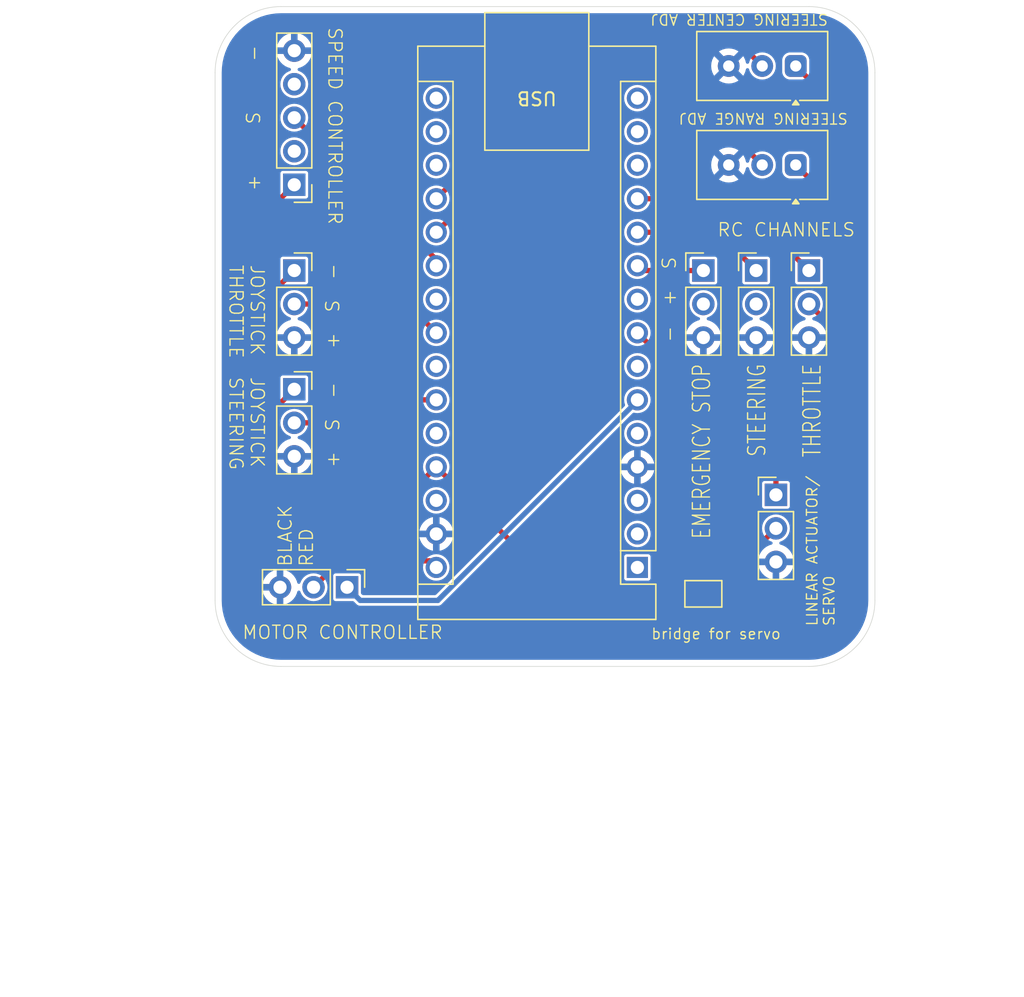
<source format=kicad_pcb>
(kicad_pcb (version 20240108) (generator "pcbnew") (generator_version "8.0")
  (layers (0 "F.Cu" signal) (31 "B.Cu" signal) (34 "B.Paste" user) (35 "F.Paste" user) (36 "B.SilkS" user "B.Silkscreen") (37 "F.SilkS" user "F.Silkscreen") (38 "B.Mask" user) (39 "F.Mask" user) (44 "Edge.Cuts" user))
  (net 0 "")
  (net 1 "/GND")
  (net 4 "Net-(A1-D8)")
  (net 7 "Net-(A1-D7)")
  (net 9 "Net-(A1-D9)")
  (net 10 "Net-(A1-VIN)")
  (net 11 "Net-(A1-A0)")
  (net 12 "Net-(A1-A6)")
  (net 16 "/5V")
  (net 20 "Net-(A1-SDA{slash}A4)")
  (net 21 "Net-(A1-A1)")
  (net 26 "Net-(A1-D5)")
  (net 28 "Net-(A1-A2)")
  (net 29 "Net-(A1-D3)")
  (net 31 "Net-(JP1-A)")
  (footprint "Connector_PinHeader_2.54mm:PinHeader_1x05_P2.54mm_Vertical" (layer "F.Cu") (at 56 63.5 180)
    (property "Reference" "RV3" (hide yes))
    (property "Value" "Speed Control" (hide yes))
    (fp_line (start 1.33 1.27) (end 1.33 11.49) (stroke (width 0.12)) (layer "F.SilkS"))
    (fp_line (start -1.33 11.49) (end 1.33 11.49) (stroke (width 0.12)) (layer "F.SilkS"))
    (fp_line (start -1.33 1.27) (end 1.33 1.27) (stroke (width 0.12)) (layer "F.SilkS"))
    (fp_line (start -1.33 1.27) (end -1.33 11.49) (stroke (width 0.12)) (layer "F.SilkS"))
    (fp_line (start -1.33 0) (end -1.33 -1.33) (stroke (width 0.12)) (layer "F.SilkS"))
    (fp_line (start -1.33 -1.33) (end 0 -1.33) (stroke (width 0.12)) (layer "F.SilkS"))
    (pad "" thru_hole oval (at 0 2.54 180) (size 1.7 1.7) (drill 1) (layers "*.Cu" "*.Mask"))
    (pad "" thru_hole oval (at 0 7.62 180) (size 1.7 1.7) (drill 1) (layers "*.Cu" "*.Mask"))
    (pad "1" thru_hole rect (at 0 0 180) (size 1.7 1.7) (drill 1) (layers "*.Cu" "*.Mask") (net 16 "/5V"))
    (pad "2" thru_hole oval (at 0 5.08 180) (size 1.7 1.7) (drill 1) (layers "*.Cu" "*.Mask") (net 28 "Net-(A1-A2)"))
    (pad "3" thru_hole oval (at 0 10.16 180) (size 1.7 1.7) (drill 1) (layers "*.Cu" "*.Mask") (net 1 "/GND"))
  )
  (footprint "Potentiometer_THT:Potentiometer_Vishay_T93YA_Vertical" (layer "F.Cu") (at 94 54.5 180)
    (property "Reference" "RV5" (hide yes))
    (property "Value" "Steering Center Adjustment" (hide yes))
    (fp_line (start 7.5 -2.61) (end 7.5 2.61) (stroke (width 0.12)) (layer "F.SilkS"))
    (fp_line (start 0.4 -2.61) (end 7.5 -2.61) (stroke (width 0.12)) (layer "F.SilkS"))
    (fp_line (start -2.42 2.61) (end 7.5 2.61) (stroke (width 0.12)) (layer "F.SilkS"))
    (fp_line (start -2.42 -2.61) (end -0.3 -2.61) (stroke (width 0.12)) (layer "F.SilkS"))
    (fp_line (start -2.42 -2.61) (end -2.42 2.61) (stroke (width 0.12)) (layer "F.SilkS"))
    (fp_poly (pts (xy 0 -2.61) (xy -0.24 -2.94) (xy 0.24 -2.94) (xy 0 -2.61)) (stroke (width 0.12)) (fill solid) (layer "F.SilkS"))
    (pad "1" thru_hole roundrect (at 0 0 180) (size 1.65 1.65) (drill 0.85) (layers "*.Cu" "*.Mask") (net 16 "/5V"))
    (pad "2" thru_hole circle (at 2.54 0 180) (size 1.65 1.65) (drill 0.85) (layers "*.Cu" "*.Mask") (net 11 "Net-(A1-A0)"))
    (pad "3" thru_hole circle (at 5.08 0 180) (size 1.65 1.65) (drill 0.85) (layers "*.Cu" "*.Mask") (net 1 "/GND"))
  )
  (footprint "Connector_PinHeader_2.54mm:PinHeader_1x03_P2.54mm_Vertical" (layer "F.Cu") (at 87 70)
    (property "Reference" "J3" (hide yes))
    (property "Value" "RC Channel: Emergency Stop" (hide yes))
    (fp_line (start -1.33 -1.33) (end 0 -1.33) (stroke (width 0.12)) (layer "F.SilkS"))
    (fp_line (start -1.33 0) (end -1.33 -1.33) (stroke (width 0.12)) (layer "F.SilkS"))
    (fp_line (start -1.33 1.27) (end -1.33 6.41) (stroke (width 0.12)) (layer "F.SilkS"))
    (fp_line (start -1.33 1.27) (end 1.33 1.27) (stroke (width 0.12)) (layer "F.SilkS"))
    (fp_line (start -1.33 6.41) (end 1.33 6.41) (stroke (width 0.12)) (layer "F.SilkS"))
    (fp_line (start 1.33 1.27) (end 1.33 6.41) (stroke (width 0.12)) (layer "F.SilkS"))
    (pad "1" thru_hole rect (at 0 0) (size 1.7 1.7) (drill 1) (layers "*.Cu" "*.Mask") (net 7 "Net-(A1-D7)"))
    (pad "2" thru_hole oval (at 0 2.54) (size 1.7 1.7) (drill 1) (layers "*.Cu" "*.Mask"))
    (pad "3" thru_hole oval (at 0 5.08) (size 1.7 1.7) (drill 1) (layers "*.Cu" "*.Mask") (net 1 "/GND"))
  )
  (footprint "Potentiometer_THT:Potentiometer_Vishay_T93YA_Vertical" (layer "F.Cu") (at 94 62 180)
    (property "Reference" "RV4" (hide yes))
    (property "Value" "Steering Range Adjustment" (hide yes))
    (fp_line (start 7.5 -2.61) (end 7.5 2.61) (stroke (width 0.12)) (layer "F.SilkS"))
    (fp_line (start 0.4 -2.61) (end 7.5 -2.61) (stroke (width 0.12)) (layer "F.SilkS"))
    (fp_line (start -2.42 2.61) (end 7.5 2.61) (stroke (width 0.12)) (layer "F.SilkS"))
    (fp_line (start -2.42 -2.61) (end -0.3 -2.61) (stroke (width 0.12)) (layer "F.SilkS"))
    (fp_line (start -2.42 -2.61) (end -2.42 2.61) (stroke (width 0.12)) (layer "F.SilkS"))
    (fp_poly (pts (xy 0 -2.61) (xy -0.24 -2.94) (xy 0.24 -2.94) (xy 0 -2.61)) (stroke (width 0.12)) (fill solid) (layer "F.SilkS"))
    (pad "1" thru_hole roundrect (at 0 0 180) (size 1.65 1.65) (drill 0.85) (layers "*.Cu" "*.Mask") (net 16 "/5V"))
    (pad "2" thru_hole circle (at 2.54 0 180) (size 1.65 1.65) (drill 0.85) (layers "*.Cu" "*.Mask") (net 21 "Net-(A1-A1)"))
    (pad "3" thru_hole circle (at 5.08 0 180) (size 1.65 1.65) (drill 0.85) (layers "*.Cu" "*.Mask") (net 1 "/GND"))
  )
  (footprint "Module:Arduino_Nano" (layer "F.Cu") (at 82 92.5 180)
    (property "Reference" "A1" (hide yes))
    (property "Value" "Arduino_Nano_Every" (hide yes))
    (fp_line (start 16.64 39.5) (end 16.64 -3.94) (stroke (width 0.12)) (layer "F.SilkS"))
    (fp_line (start 16.64 39.5) (end 11.56 39.5) (stroke (width 0.12)) (layer "F.SilkS"))
    (fp_line (start 16.64 -3.94) (end -1.4 -3.94) (stroke (width 0.12)) (layer "F.SilkS"))
    (fp_line (start 13.97 36.83) (end 16.64 36.83) (stroke (width 0.12)) (layer "F.SilkS"))
    (fp_line (start 13.97 -1.27) (end 16.64 -1.27) (stroke (width 0.12)) (layer "F.SilkS"))
    (fp_line (start 13.97 -1.27) (end 13.97 36.83) (stroke (width 0.12)) (layer "F.SilkS"))
    (fp_line (start 11.56 42.04) (end 3.68 42.04) (stroke (width 0.12)) (layer "F.SilkS"))
    (fp_line (start 11.56 31.62) (end 11.56 42.04) (stroke (width 0.12)) (layer "F.SilkS"))
    (fp_line (start 3.68 42.04) (end 3.68 31.62) (stroke (width 0.12)) (layer "F.SilkS"))
    (fp_line (start 3.68 31.62) (end 11.56 31.62) (stroke (width 0.12)) (layer "F.SilkS"))
    (fp_line (start 1.27 36.83) (end -1.4 36.83) (stroke (width 0.12)) (layer "F.SilkS"))
    (fp_line (start 1.27 1.27) (end 1.27 36.83) (stroke (width 0.12)) (layer "F.SilkS"))
    (fp_line (start 1.27 1.27) (end 1.27 -1.27) (stroke (width 0.12)) (layer "F.SilkS"))
    (fp_line (start 1.27 1.27) (end -1.4 1.27) (stroke (width 0.12)) (layer "F.SilkS"))
    (fp_line (start 1.27 -1.27) (end -1.4 -1.27) (stroke (width 0.12)) (layer "F.SilkS"))
    (fp_line (start -1.4 39.5) (end 3.68 39.5) (stroke (width 0.12)) (layer "F.SilkS"))
    (fp_line (start -1.4 1.27) (end -1.4 39.5) (stroke (width 0.12)) (layer "F.SilkS"))
    (fp_line (start -1.4 -3.94) (end -1.4 -1.27) (stroke (width 0.12)) (layer "F.SilkS"))
    (fp_text user "USB" (at 7.62 35.56 180) (layer "F.SilkS"))
    (pad "1" thru_hole rect (at 0 0 180) (size 1.6 1.6) (drill 1) (layers "*.Cu" "*.Mask"))
    (pad "2" thru_hole oval (at 0 2.54 180) (size 1.6 1.6) (drill 1) (layers "*.Cu" "*.Mask"))
    (pad "3" thru_hole oval (at 0 5.08 180) (size 1.6 1.6) (drill 1) (layers "*.Cu" "*.Mask"))
    (pad "4" thru_hole oval (at 0 7.62 180) (size 1.6 1.6) (drill 1) (layers "*.Cu" "*.Mask") (net 1 "/GND"))
    (pad "5" thru_hole oval (at 0 10.16 180) (size 1.6 1.6) (drill 1) (layers "*.Cu" "*.Mask"))
    (pad "6" thru_hole oval (at 0 12.7 180) (size 1.6 1.6) (drill 1) (layers "*.Cu" "*.Mask") (net 29 "Net-(A1-D3)"))
    (pad "7" thru_hole oval (at 0 15.24 180) (size 1.6 1.6) (drill 1) (layers "*.Cu" "*.Mask"))
    (pad "8" thru_hole oval (at 0 17.78 180) (size 1.6 1.6) (drill 1) (layers "*.Cu" "*.Mask") (net 26 "Net-(A1-D5)"))
    (pad "9" thru_hole oval (at 0 20.32 180) (size 1.6 1.6) (drill 1) (layers "*.Cu" "*.Mask"))
    (pad "10" thru_hole oval (at 0 22.86 180) (size 1.6 1.6) (drill 1) (layers "*.Cu" "*.Mask") (net 7 "Net-(A1-D7)"))
    (pad "11" thru_hole oval (at 0 25.4 180) (size 1.6 1.6) (drill 1) (layers "*.Cu" "*.Mask") (net 4 "Net-(A1-D8)"))
    (pad "12" thru_hole oval (at 0 27.94 180) (size 1.6 1.6) (drill 1) (layers "*.Cu" "*.Mask") (net 9 "Net-(A1-D9)"))
    (pad "13" thru_hole oval (at 0 30.48 180) (size 1.6 1.6) (drill 1) (layers "*.Cu" "*.Mask"))
    (pad "14" thru_hole oval (at 0 33.02 180) (size 1.6 1.6) (drill 1) (layers "*.Cu" "*.Mask"))
    (pad "15" thru_hole oval (at 0 35.56 180) (size 1.6 1.6) (drill 1) (layers "*.Cu" "*.Mask"))
    (pad "16" thru_hole oval (at 15.24 35.56 180) (size 1.6 1.6) (drill 1) (layers "*.Cu" "*.Mask"))
    (pad "17" thru_hole oval (at 15.24 33.02 180) (size 1.6 1.6) (drill 1) (layers "*.Cu" "*.Mask"))
    (pad "18" thru_hole oval (at 15.24 30.48 180) (size 1.6 1.6) (drill 1) (layers "*.Cu" "*.Mask"))
    (pad "19" thru_hole oval (at 15.24 27.94 180) (size 1.6 1.6) (drill 1) (layers "*.Cu" "*.Mask") (net 11 "Net-(A1-A0)"))
    (pad "20" thru_hole oval (at 15.24 25.4 180) (size 1.6 1.6) (drill 1) (layers "*.Cu" "*.Mask") (net 21 "Net-(A1-A1)"))
    (pad "21" thru_hole oval (at 15.24 22.86 180) (size 1.6 1.6) (drill 1) (layers "*.Cu" "*.Mask") (net 28 "Net-(A1-A2)"))
    (pad "22" thru_hole oval (at 15.24 20.32 180) (size 1.6 1.6) (drill 1) (layers "*.Cu" "*.Mask"))
    (pad "23" thru_hole oval (at 15.24 17.78 180) (size 1.6 1.6) (drill 1) (layers "*.Cu" "*.Mask") (net 20 "Net-(A1-SDA{slash}A4)"))
    (pad "24" thru_hole oval (at 15.24 15.24 180) (size 1.6 1.6) (drill 1) (layers "*.Cu" "*.Mask"))
    (pad "25" thru_hole oval (at 15.24 12.7 180) (size 1.6 1.6) (drill 1) (layers "*.Cu" "*.Mask") (net 12 "Net-(A1-A6)"))
    (pad "26" thru_hole oval (at 15.24 10.16 180) (size 1.6 1.6) (drill 1) (layers "*.Cu" "*.Mask"))
    (pad "27" thru_hole oval (at 15.24 7.62 180) (size 1.6 1.6) (drill 1) (layers "*.Cu" "*.Mask") (net 16 "/5V"))
    (pad "28" thru_hole oval (at 15.24 5.08 180) (size 1.6 1.6) (drill 1) (layers "*.Cu" "*.Mask"))
    (pad "29" thru_hole oval (at 15.24 2.54 180) (size 1.6 1.6) (drill 1) (layers "*.Cu" "*.Mask") (net 1 "/GND"))
    (pad "30" thru_hole oval (at 15.24 0 180) (size 1.6 1.6) (drill 1) (layers "*.Cu" "*.Mask") (net 10 "Net-(A1-VIN)"))
  )
  (footprint "Connector_PinSocket_2.54mm:PinSocket_1x03_P2.54mm_Vertical" (layer "F.Cu") (at 56 70)
    (property "Reference" "RV2" (hide yes))
    (property "Value" "Joystick Throttle" (hide yes))
    (fp_line (start -1.33 1.27) (end -1.33 6.41) (stroke (width 0.12)) (layer "F.SilkS"))
    (fp_line (start -1.33 1.27) (end 1.33 1.27) (stroke (width 0.12)) (layer "F.SilkS"))
    (fp_line (start -1.33 6.41) (end 1.33 6.41) (stroke (width 0.12)) (layer "F.SilkS"))
    (fp_line (start 0 -1.33) (end 1.33 -1.33) (stroke (width 0.12)) (layer "F.SilkS"))
    (fp_line (start 1.33 -1.33) (end 1.33 0) (stroke (width 0.12)) (layer "F.SilkS"))
    (fp_line (start 1.33 1.27) (end 1.33 6.41) (stroke (width 0.12)) (layer "F.SilkS"))
    (pad "1" thru_hole rect (at 0 0) (size 1.7 1.7) (drill 1) (layers "*.Cu" "*.Mask") (net 16 "/5V"))
    (pad "2" thru_hole oval (at 0 2.54) (size 1.7 1.7) (drill 1) (layers "*.Cu" "*.Mask") (net 20 "Net-(A1-SDA{slash}A4)"))
    (pad "3" thru_hole oval (at 0 5.08) (size 1.7 1.7) (drill 1) (layers "*.Cu" "*.Mask") (net 1 "/GND"))
  )
  (footprint "Connector_PinHeader_2.54mm:PinHeader_1x03_P2.54mm_Vertical" (layer "F.Cu") (at 91 70)
    (property "Reference" "J2" (hide yes))
    (property "Value" "RC Channel: Steering" (hide yes))
    (fp_line (start -1.33 -1.33) (end 0 -1.33) (stroke (width 0.12)) (layer "F.SilkS"))
    (fp_line (start -1.33 0) (end -1.33 -1.33) (stroke (width 0.12)) (layer "F.SilkS"))
    (fp_line (start -1.33 1.27) (end -1.33 6.41) (stroke (width 0.12)) (layer "F.SilkS"))
    (fp_line (start -1.33 1.27) (end 1.33 1.27) (stroke (width 0.12)) (layer "F.SilkS"))
    (fp_line (start -1.33 6.41) (end 1.33 6.41) (stroke (width 0.12)) (layer "F.SilkS"))
    (fp_line (start 1.33 1.27) (end 1.33 6.41) (stroke (width 0.12)) (layer "F.SilkS"))
    (pad "1" thru_hole rect (at 0 0) (size 1.7 1.7) (drill 1) (layers "*.Cu" "*.Mask") (net 4 "Net-(A1-D8)"))
    (pad "2" thru_hole oval (at 0 2.54) (size 1.7 1.7) (drill 1) (layers "*.Cu" "*.Mask"))
    (pad "3" thru_hole oval (at 0 5.08) (size 1.7 1.7) (drill 1) (layers "*.Cu" "*.Mask") (net 1 "/GND"))
  )
  (footprint "Connector_PinHeader_2.54mm:PinHeader_1x03_P2.54mm_Vertical" (layer "F.Cu") (at 95 70)
    (property "Reference" "J1" (hide yes))
    (property "Value" "RC Channel: Throttle" (hide yes))
    (fp_line (start -1.33 -1.33) (end 0 -1.33) (stroke (width 0.12)) (layer "F.SilkS"))
    (fp_line (start -1.33 0) (end -1.33 -1.33) (stroke (width 0.12)) (layer "F.SilkS"))
    (fp_line (start -1.33 1.27) (end -1.33 6.41) (stroke (width 0.12)) (layer "F.SilkS"))
    (fp_line (start -1.33 1.27) (end 1.33 1.27) (stroke (width 0.12)) (layer "F.SilkS"))
    (fp_line (start -1.33 6.41) (end 1.33 6.41) (stroke (width 0.12)) (layer "F.SilkS"))
    (fp_line (start 1.33 1.27) (end 1.33 6.41) (stroke (width 0.12)) (layer "F.SilkS"))
    (pad "1" thru_hole rect (at 0 0) (size 1.7 1.7) (drill 1) (layers "*.Cu" "*.Mask") (net 9 "Net-(A1-D9)"))
    (pad "2" thru_hole oval (at 0 2.54) (size 1.7 1.7) (drill 1) (layers "*.Cu" "*.Mask") (net 16 "/5V"))
    (pad "3" thru_hole oval (at 0 5.08) (size 1.7 1.7) (drill 1) (layers "*.Cu" "*.Mask") (net 1 "/GND"))
  )
  (footprint "Jumper:SolderJumper-2_P1.3mm_Open_Pad1.0x1.5mm" (layer "F.Cu") (at 87 94.5 180)
    (property "Reference" "JP1" (hide yes))
    (property "Value" "Jumper" (hide yes))
    (fp_line (start 1.4 1) (end -1.4 1) (stroke (width 0.12)) (layer "F.SilkS"))
    (fp_line (start 1.4 -1) (end 1.4 1) (stroke (width 0.12)) (layer "F.SilkS"))
    (fp_line (start -1.4 1) (end -1.4 -1) (stroke (width 0.12)) (layer "F.SilkS"))
    (fp_line (start -1.4 -1) (end 1.4 -1) (stroke (width 0.12)) (layer "F.SilkS"))
    (pad "1" smd rect (at -0.65 0 180) (size 1 1.5) (layers "F.Cu" "F.Mask") (net 31 "Net-(JP1-A)"))
    (pad "2" smd rect (at 0.65 0 180) (size 1 1.5) (layers "F.Cu" "F.Mask") (net 16 "/5V"))
  )
  (footprint "Connector_PinHeader_2.54mm:PinHeader_1x03_P2.54mm_Vertical" (layer "F.Cu") (at 92.5 87)
    (property "Reference" "M2" (hide yes))
    (property "Value" "Linear Actuator/Servo" (hide yes))
    (fp_line (start -1.33 -1.33) (end 0 -1.33) (stroke (width 0.12)) (layer "F.SilkS"))
    (fp_line (start -1.33 0) (end -1.33 -1.33) (stroke (width 0.12)) (layer "F.SilkS"))
    (fp_line (start -1.33 1.27) (end -1.33 6.41) (stroke (width 0.12)) (layer "F.SilkS"))
    (fp_line (start -1.33 1.27) (end 1.33 1.27) (stroke (width 0.12)) (layer "F.SilkS"))
    (fp_line (start -1.33 6.41) (end 1.33 6.41) (stroke (width 0.12)) (layer "F.SilkS"))
    (fp_line (start 1.33 1.27) (end 1.33 6.41) (stroke (width 0.12)) (layer "F.SilkS"))
    (pad "1" thru_hole rect (at 0 0) (size 1.7 1.7) (drill 1) (layers "*.Cu" "*.Mask") (net 26 "Net-(A1-D5)"))
    (pad "2" thru_hole oval (at 0 2.54) (size 1.7 1.7) (drill 1) (layers "*.Cu" "*.Mask") (net 31 "Net-(JP1-A)"))
    (pad "3" thru_hole oval (at 0 5.08) (size 1.7 1.7) (drill 1) (layers "*.Cu" "*.Mask") (net 1 "/GND"))
  )
  (footprint "Connector_PinHeader_2.54mm:PinHeader_1x03_P2.54mm_Vertical" (layer "F.Cu") (at 60 94 -90)
    (property "Reference" "M1" (hide yes))
    (property "Value" "Motor Controller" (hide yes))
    (fp_line (start -1.33 6.41) (end 1.33 6.41) (stroke (width 0.12)) (layer "F.SilkS"))
    (fp_line (start -1.33 1.27) (end -1.33 6.41) (stroke (width 0.12)) (layer "F.SilkS"))
    (fp_line (start -1.33 1.27) (end 1.33 1.27) (stroke (width 0.12)) (layer "F.SilkS"))
    (fp_line (start 1.33 1.27) (end 1.33 6.41) (stroke (width 0.12)) (layer "F.SilkS"))
    (fp_line (start -1.33 0) (end -1.33 -1.33) (stroke (width 0.12)) (layer "F.SilkS"))
    (fp_line (start -1.33 -1.33) (end 0 -1.33) (stroke (width 0.12)) (layer "F.SilkS"))
    (pad "1" thru_hole rect (at 0 0 270) (size 1.7 1.7) (drill 1) (layers "*.Cu" "*.Mask") (net 29 "Net-(A1-D3)"))
    (pad "2" thru_hole oval (at 0 2.54 270) (size 1.7 1.7) (drill 1) (layers "*.Cu" "*.Mask") (net 10 "Net-(A1-VIN)"))
    (pad "3" thru_hole oval (at 0 5.08 270) (size 1.7 1.7) (drill 1) (layers "*.Cu" "*.Mask") (net 1 "/GND"))
  )
  (footprint "Connector_PinSocket_2.54mm:PinSocket_1x03_P2.54mm_Vertical" (layer "F.Cu") (at 56 79)
    (property "Reference" "RV1" (hide yes))
    (property "Value" "Joystick Steering" (hide yes))
    (fp_line (start -1.33 1.27) (end -1.33 6.41) (stroke (width 0.12)) (layer "F.SilkS"))
    (fp_line (start -1.33 1.27) (end 1.33 1.27) (stroke (width 0.12)) (layer "F.SilkS"))
    (fp_line (start -1.33 6.41) (end 1.33 6.41) (stroke (width 0.12)) (layer "F.SilkS"))
    (fp_line (start 0 -1.33) (end 1.33 -1.33) (stroke (width 0.12)) (layer "F.SilkS"))
    (fp_line (start 1.33 -1.33) (end 1.33 0) (stroke (width 0.12)) (layer "F.SilkS"))
    (fp_line (start 1.33 1.27) (end 1.33 6.41) (stroke (width 0.12)) (layer "F.SilkS"))
    (pad "1" thru_hole rect (at 0 0) (size 1.7 1.7) (drill 1) (layers "*.Cu" "*.Mask") (net 16 "/5V"))
    (pad "2" thru_hole oval (at 0 2.54) (size 1.7 1.7) (drill 1) (layers "*.Cu" "*.Mask") (net 12 "Net-(A1-A6)"))
    (pad "3" thru_hole oval (at 0 5.08) (size 1.7 1.7) (drill 1) (layers "*.Cu" "*.Mask") (net 1 "/GND"))
  )
  (gr_arc (start 55 100) (mid 51.464466 98.535534) (end 50 95) (stroke (width 0.05)) (layer "Edge.Cuts"))
  (gr_line (start 50 95) (end 50 55) (stroke (width 0.05)) (layer "Edge.Cuts"))
  (gr_arc (start 100 95) (mid 98.535534 98.535534) (end 95 100) (stroke (width 0.05)) (layer "Edge.Cuts"))
  (gr_line (start 95 100) (end 55 100) (stroke (width 0.05)) (layer "Edge.Cuts"))
  (gr_arc (start 95 50) (mid 98.535534 51.464466) (end 100 55) (stroke (width 0.05)) (layer "Edge.Cuts"))
  (gr_line (start 100 55) (end 100 95) (stroke (width 0.05)) (layer "Edge.Cuts"))
  (gr_line (start 55 50) (end 95 50) (stroke (width 0.05)) (layer "Edge.Cuts"))
  (gr_arc (start 50 55) (mid 51.464466 51.464466) (end 55 50) (stroke (width 0.05)) (layer "Edge.Cuts"))
  (gr_text "bridge for servo" (at 83 98 0) (layer "F.SilkS") (effects (font (size 0.8 0.8) (thickness 0.1)) (justify left bottom)))
  (gr_text "-  +  S" (at 85 75.5 90) (layer "F.SilkS") (effects (font (size 1 1) (thickness 0.1)) (justify left bottom)))
  (gr_text "+  S  -" (at 59.5 76 90) (layer "F.SilkS") (effects (font (size 1 1) (thickness 0.1)) (justify left bottom)))
  (gr_text "SPEED CONTROLLER" (at 58.5 51.5 -90) (layer "F.SilkS") (effects (font (size 1 1) (thickness 0.1)) (justify left bottom)))
  (gr_text "MOTOR CONTROLLER" (at 52 98 0) (layer "F.SilkS") (effects (font (size 1 1) (thickness 0.1)) (justify left bottom)))
  (gr_text "JOYSTICK\nTHROTTLE" (at 51 69.5 -90) (layer "F.SilkS") (effects (font (size 1 1) (thickness 0.1)) (justify left bottom)))
  (gr_text "BLACK\nRED" (at 57.5 92.5 90) (layer "F.SilkS") (effects (font (size 1 1) (thickness 0.1)) (justify left bottom)))
  (gr_text "STEERING RANGE ADJ" (at 98 58 180) (layer "F.SilkS") (effects (font (size 0.8 0.8) (thickness 0.1)) (justify left bottom)))
  (gr_text "+  S  -" (at 59.5 85 90) (layer "F.SilkS") (effects (font (size 1 1) (thickness 0.1)) (justify left bottom)))
  (gr_text "JOYSTICK\nSTEERING" (at 51 78 270) (layer "F.SilkS") (effects (font (size 1 1) (thickness 0.1)) (justify left bottom)))
  (gr_text "RC CHANNELS" (at 88 67.5 0) (layer "F.SilkS") (effects (font (size 1 1) (thickness 0.1)) (justify left bottom)))
  (gr_text "LINEAR ACTUATOR/\nSERVO" (at 97 97 90) (layer "F.SilkS") (effects (font (size 0.8 0.8) (thickness 0.1)) (justify left bottom)))
  (gr_text "STEERING CENTER ADJ" (at 96.5 50.5 180) (layer "F.SilkS") (effects (font (size 0.8 0.8) (thickness 0.1)) (justify left bottom)))
  (gr_text "+     S     -" (at 53.5 64.035 90) (layer "F.SilkS") (effects (font (size 1 1) (thickness 0.1)) (justify left bottom)))
  (gr_text "EMERGENCY STOP\n\nSTEERING\n\nTHROTTLE" (at 96 77 90) (layer "F.SilkS") (effects (font (size 1.3 1) (thickness 0.1)) (justify right bottom)))
  (segment (start 88.1 67.1) (end 82 67.1) (width 0.4) (layer "F.Cu") (net 4))
  (segment (start 91 70) (end 88.1 67.1) (width 0.4) (layer "F.Cu") (net 4))
  (segment (start 82.36 70) (end 82 69.64) (width 0.4) (layer "F.Cu") (net 7))
  (segment (start 87 70) (end 82.36 70) (width 0.4) (layer "F.Cu") (net 7))
  (segment (start 95 70) (end 89.56 64.56) (width 0.4) (layer "F.Cu") (net 9))
  (segment (start 89.56 64.56) (end 82 64.56) (width 0.4) (layer "F.Cu") (net 9))
  (segment (start 59.46 92) (end 66.26 92) (width 0.4) (layer "F.Cu") (net 10))
  (segment (start 57.46 94) (end 59.46 92) (width 0.4) (layer "F.Cu") (net 10))
  (segment (start 66.26 92) (end 66.76 92.5) (width 0.4) (layer "F.Cu") (net 10))
  (segment (start 89.46 52.5) (end 78.82 52.5) (width 0.4) (layer "F.Cu") (net 11))
  (segment (start 91.46 54.5) (end 89.46 52.5) (width 0.4) (layer "F.Cu") (net 11))
  (segment (start 78.82 52.5) (end 66.76 64.56) (width 0.4) (layer "F.Cu") (net 11))
  (segment (start 62.46 81.54) (end 64.2 79.8) (width 0.4) (layer "F.Cu") (net 12))
  (segment (start 56 81.54) (end 62.46 81.54) (width 0.4) (layer "F.Cu") (net 12))
  (segment (start 64.2 79.8) (end 66.76 79.8) (width 0.4) (layer "F.Cu") (net 12))
  (segment (start 53 73) (end 53 82) (width 0.4) (layer "F.Cu") (net 16))
  (segment (start 97 74.5) (end 97 90) (width 0.4) (layer "F.Cu") (net 16))
  (segment (start 56 79) (end 53 82) (width 0.4) (layer "F.Cu") (net 16))
  (segment (start 96.96 74.5) (end 97 74.5) (width 0.4) (layer "F.Cu") (net 16))
  (segment (start 56 63.5) (end 53 66.5) (width 0.4) (layer "F.Cu") (net 16))
  (segment (start 97 65) (end 97 74.5) (width 0.4) (layer "F.Cu") (net 16))
  (segment (start 94 62) (end 97 65) (width 0.4) (layer "F.Cu") (net 16))
  (segment (start 95 72.54) (end 96.96 74.5) (width 0.4) (layer "F.Cu") (net 16))
  (segment (start 86.35 94.65) (end 84 97) (width 0.4) (layer "F.Cu") (net 16))
  (segment (start 56 70) (end 53 73) (width 0.4) (layer "F.Cu") (net 16))
  (segment (start 55.5 87) (end 64.64 87) (width 0.4) (layer "F.Cu") (net 16))
  (segment (start 97 90) (end 90 97) (width 0.4) (layer "F.Cu") (net 16))
  (segment (start 86.35 94.5) (end 86.35 94.65) (width 0.4) (layer "F.Cu") (net 16))
  (segment (start 97 57.5) (end 97 65) (width 0.4) (layer "F.Cu") (net 16))
  (segment (start 53 82) (end 53 84.5) (width 0.4) (layer "F.Cu") (net 16))
  (segment (start 90 97) (end 84 97) (width 0.4) (layer "F.Cu") (net 16))
  (segment (start 78.88 97) (end 66.76 84.88) (width 0.4) (layer "F.Cu") (net 16))
  (segment (start 94 54.5) (end 97 57.5) (width 0.4) (layer "F.Cu") (net 16))
  (segment (start 53 84.5) (end 55.5 87) (width 0.4) (layer "F.Cu") (net 16))
  (segment (start 84 97) (end 78.88 97) (width 0.4) (layer "F.Cu") (net 16))
  (segment (start 64.64 87) (end 66.76 84.88) (width 0.4) (layer "F.Cu") (net 16))
  (segment (start 53 66.5) (end 53 73) (width 0.4) (layer "F.Cu") (net 16))
  (segment (start 64.58 72.54) (end 66.76 74.72) (width 0.4) (layer "F.Cu") (net 20))
  (segment (start 56 72.54) (end 64.58 72.54) (width 0.4) (layer "F.Cu") (net 20))
  (segment (start 84.96 55.5) (end 78.36 55.5) (width 0.4) (layer "F.Cu") (net 21))
  (segment (start 91.46 62) (end 84.96 55.5) (width 0.4) (layer "F.Cu") (net 21))
  (segment (start 78.36 55.5) (end 66.76 67.1) (width 0.4) (layer "F.Cu") (net 21))
  (segment (start 92.5 85.22) (end 82 74.72) (width 0.4) (layer "F.Cu") (net 26))
  (segment (start 92.5 87) (end 92.5 85.22) (width 0.4) (layer "F.Cu") (net 26))
  (segment (start 56 58.42) (end 66.76 69.18) (width 0.4) (layer "F.Cu") (net 28))
  (segment (start 66.76 69.18) (end 66.76 69.64) (width 0.4) (layer "F.Cu") (net 28))
  (segment (start 61 95) (end 66.88 95) (width 0.4) (layer "B.Cu") (net 29))
  (segment (start 60 94) (end 61 95) (width 0.4) (layer "B.Cu") (net 29))
  (segment (start 66.88 95) (end 82 79.88) (width 0.4) (layer "B.Cu") (net 29))
  (segment (start 87.65 94.5) (end 87.65 94.39) (width 0.4) (layer "F.Cu") (net 31))
  (segment (start 87.65 94.39) (end 92.5 89.54) (width 0.4) (layer "F.Cu") (net 31))
  (zone (net 1) (net_name "/GND") (layer "B.Cu") (name "GND") (connect_pads (clearance 0)) (min_thickness 0.25) (fill yes (thermal_gap 0.5) (thermal_bridge_width 0.5))
    (polygon (pts (xy 100.5 49.5) (xy 100.5 100.5) (xy 49.5 100.5) (xy 49.5 49.5)))
  )
)
</source>
